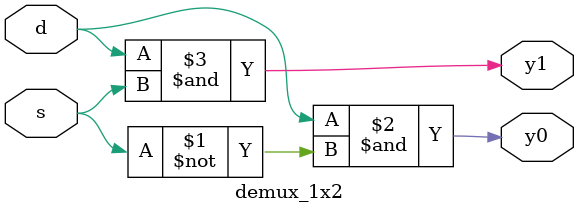
<source format=v>
`timescale 1ns / 1ps


module demux_1x2(
    input d,
    input s,
    output y0,
    output y1
);
    assign y0 = d & ~s;
    assign y1 = d &  s;
endmodule

</source>
